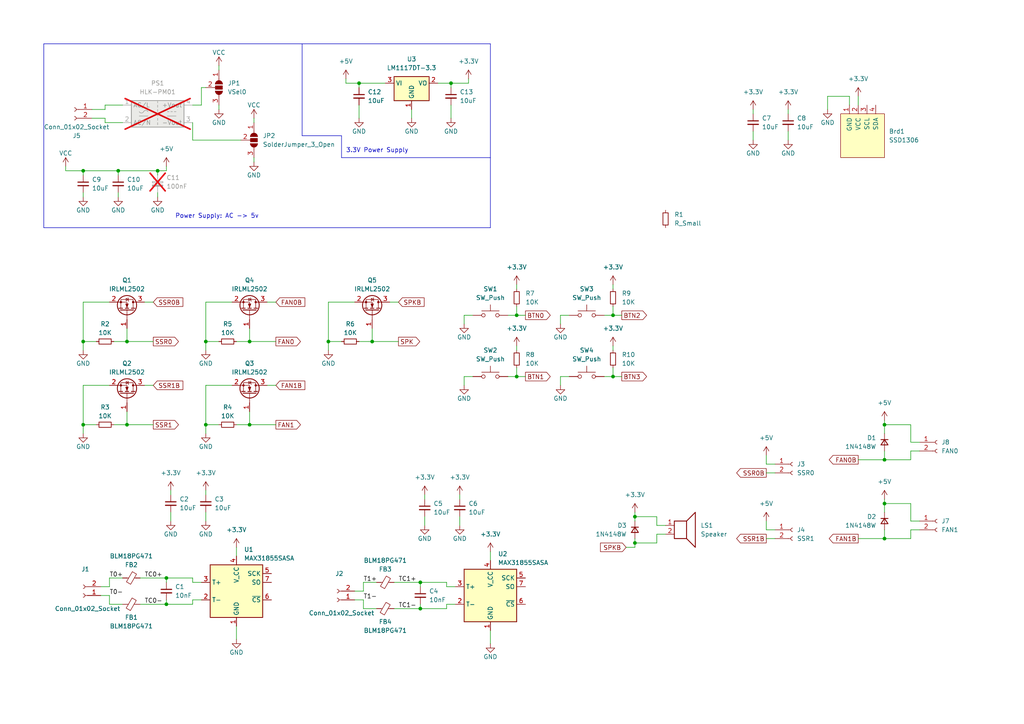
<source format=kicad_sch>
(kicad_sch (version 20230121) (generator eeschema)
  (paper "A4")
  (lib_symbols
    (symbol "Connector:Conn_01x02_Socket" (pin_names (offset 1.016) hide)
      (property "Reference" "J" (at 0 2.54 0))
      (property "Value" "Conn_01x02_Socket" (at 0 -5.08 0))
      (symbol "Conn_01x02_Socket_1_1"
        (arc (start 0 -2.032) (mid -0.5058 -2.54) (end 0 -3.048) (stroke (width 0.1524)))
        (polyline (pts (xy -1.27 -2.54) (xy -0.508 -2.54)) (stroke (width 0.1524)))
        (polyline (pts (xy -1.27 0) (xy -0.508 0)) (stroke (width 0.1524)))
        (arc (start 0 0.508) (mid -0.5058 0) (end 0 -0.508) (stroke (width 0.1524)))
        (pin passive line (at -5.08 0 0) (length 3.81) (name "Pin_1") (number "1"))
        (pin passive line (at -5.08 -2.54 0) (length 3.81) (name "Pin_2") (number "2"))
      )
    )
    (symbol "Converter_ACDC:HLK-PM01"
      (property "Reference" "PS" (at 0 5.08 0))
      (property "Value" "HLK-PM01" (at 0 -5.08 0))
      (symbol "HLK-PM01_0_1"
        (rectangle (start -7.62 3.81) (end 7.62 -3.81) (stroke (width 0.254)) (fill (type background)))
        (arc (start -5.334 0.635) (mid -4.699 0.2495) (end -4.064 0.635))
        (arc (start -2.794 0.635) (mid -3.429 1.0072) (end -4.064 0.635))
        (polyline (pts (xy -5.334 -0.635) (xy -2.794 -0.635)))
        (polyline (pts (xy 0 -2.54) (xy 0 -3.175)))
        (polyline (pts (xy 0 -1.27) (xy 0 -1.905)))
        (polyline (pts (xy 0 0) (xy 0 -0.635)))
        (polyline (pts (xy 0 1.27) (xy 0 0.635)))
        (polyline (pts (xy 0 2.54) (xy 0 1.905)))
        (polyline (pts (xy 0 3.81) (xy 0 3.175)))
        (polyline (pts (xy 2.794 -0.635) (xy 5.334 -0.635)))
        (polyline (pts (xy 2.794 0.635) (xy 3.302 0.635)))
        (polyline (pts (xy 3.81 0.635) (xy 4.318 0.635)))
        (polyline (pts (xy 4.826 0.635) (xy 5.334 0.635)))
      )
      (symbol "HLK-PM01_1_1"
        (pin power_in line (at -10.16 2.54 0) (length 2.54) (name "AC/L") (number "1"))
        (pin power_in line (at -10.16 -2.54 0) (length 2.54) (name "AC/N") (number "2"))
        (pin power_out line (at 10.16 -2.54 180) (length 2.54) (name "-Vout") (number "3"))
        (pin power_out line (at 10.16 2.54 180) (length 2.54) (name "+Vout") (number "4"))
      )
    )
    (symbol "Device:C_Polarized_Small" (pin_numbers hide) (pin_names (offset 0.254) hide)
      (property "Reference" "C" (at 0.254 1.778 0))
      (property "Value" "C_Polarized_Small" (at 0.254 -2.032 0))
      (symbol "C_Polarized_Small_0_1"
        (rectangle (start -1.524 -0.3048) (end 1.524 -0.6858) (fill (type outline)))
        (rectangle (start -1.524 0.6858) (end 1.524 0.3048))
        (polyline (pts (xy -1.27 1.524) (xy -0.762 1.524)))
        (polyline (pts (xy -1.016 1.27) (xy -1.016 1.778)))
      )
      (symbol "C_Polarized_Small_1_1"
        (pin passive line (at 0 2.54 270) (length 1.8542) (name "~") (number "1"))
        (pin passive line (at 0 -2.54 90) (length 1.8542) (name "~") (number "2"))
      )
    )
    (symbol "Device:C_Small" (pin_numbers hide) (pin_names (offset 0.254) hide)
      (property "Reference" "C" (at 0.254 1.778 0))
      (property "Value" "C_Small" (at 0.254 -2.032 0))
      (symbol "C_Small_0_1"
        (polyline (pts (xy -1.524 -0.508) (xy 1.524 -0.508)) (stroke (width 0.3302)))
        (polyline (pts (xy -1.524 0.508) (xy 1.524 0.508)) (stroke (width 0.3048)))
      )
      (symbol "C_Small_1_1"
        (pin passive line (at 0 2.54 270) (length 2.032) (name "~") (number "1"))
        (pin passive line (at 0 -2.54 90) (length 2.032) (name "~") (number "2"))
      )
    )
    (symbol "Device:D_Small" (pin_numbers hide) (pin_names (offset 0.254) hide)
      (property "Reference" "D" (at -1.27 2.032 0))
      (property "Value" "D_Small" (at -3.81 -2.032 0))
      (symbol "D_Small_0_1"
        (polyline (pts (xy -0.762 -1.016) (xy -0.762 1.016)) (stroke (width 0.254)))
        (polyline (pts (xy -0.762 0) (xy 0.762 0)))
        (polyline (pts (xy 0.762 -1.016) (xy -0.762 0) (xy 0.762 1.016) (xy 0.762 -1.016)) (stroke (width 0.254)))
      )
      (symbol "D_Small_1_1"
        (pin passive line (at -2.54 0 0) (length 1.778) (name "K") (number "1"))
        (pin passive line (at 2.54 0 180) (length 1.778) (name "A") (number "2"))
      )
    )
    (symbol "Device:FerriteBead_Small" (pin_numbers hide) (pin_names (offset 0))
      (property "Reference" "FB" (at 1.905 1.27 0))
      (property "Value" "FerriteBead_Small" (at 1.905 -1.27 0))
      (symbol "FerriteBead_Small_0_1"
        (polyline (pts (xy 0 -1.27) (xy 0 -0.7874)))
        (polyline (pts (xy 0 0.889) (xy 0 1.2954)))
        (polyline (pts (xy -1.8288 0.2794) (xy -1.1176 1.4986) (xy 1.8288 -0.2032) (xy 1.1176 -1.4224) (xy -1.8288 0.2794)))
      )
      (symbol "FerriteBead_Small_1_1"
        (pin passive line (at 0 2.54 270) (length 1.27) (name "~") (number "1"))
        (pin passive line (at 0 -2.54 90) (length 1.27) (name "~") (number "2"))
      )
    )
    (symbol "Device:R_Small" (pin_numbers hide) (pin_names (offset 0.254) hide)
      (property "Reference" "R" (at 0.762 0.508 0))
      (property "Value" "R_Small" (at 0.762 -1.016 0))
      (symbol "R_Small_0_1"
        (rectangle (start -0.762 1.778) (end 0.762 -1.778) (stroke (width 0.2032)))
      )
      (symbol "R_Small_1_1"
        (pin passive line (at 0 2.54 270) (length 0.762) (name "~") (number "1"))
        (pin passive line (at 0 -2.54 90) (length 0.762) (name "~") (number "2"))
      )
    )
    (symbol "Device:Speaker" (pin_names (offset 0) hide)
      (property "Reference" "LS" (at 1.27 5.715 0))
      (property "Value" "Speaker" (at 1.27 3.81 0))
      (symbol "Speaker_0_0"
        (rectangle (start -2.54 1.27) (end 1.016 -3.81) (stroke (width 0.254)))
        (polyline (pts (xy 1.016 1.27) (xy 3.556 3.81) (xy 3.556 -6.35) (xy 1.016 -3.81)) (stroke (width 0.254)))
      )
      (symbol "Speaker_1_1"
        (pin input line (at -5.08 0 0) (length 2.54) (name "1") (number "1"))
        (pin input line (at -5.08 -2.54 0) (length 2.54) (name "2") (number "2"))
      )
    )
    (symbol "Jumper:SolderJumper_3_Open" (pin_names (offset 0) hide)
      (property "Reference" "JP" (at -2.54 -2.54 0))
      (property "Value" "SolderJumper_3_Open" (at 0 2.794 0))
      (symbol "SolderJumper_3_Open_0_1"
        (arc (start -1.016 1.016) (mid -2.0276 0) (end -1.016 -1.016))
        (arc (start -1.016 1.016) (mid -2.0276 0) (end -1.016 -1.016) (fill (type outline)))
        (rectangle (start -0.508 1.016) (end 0.508 -1.016) (fill (type outline)))
        (polyline (pts (xy -2.54 0) (xy -2.032 0)))
        (polyline (pts (xy -1.016 1.016) (xy -1.016 -1.016)))
        (polyline (pts (xy 0 -1.27) (xy 0 -1.016)))
        (polyline (pts (xy 1.016 1.016) (xy 1.016 -1.016)))
        (polyline (pts (xy 2.54 0) (xy 2.032 0)))
        (arc (start 1.016 -1.016) (mid 2.0276 0) (end 1.016 1.016))
        (arc (start 1.016 -1.016) (mid 2.0276 0) (end 1.016 1.016) (fill (type outline)))
      )
      (symbol "SolderJumper_3_Open_1_1"
        (pin passive line (at -5.08 0 0) (length 2.54) (name "A") (number "1"))
        (pin passive line (at 0 -3.81 90) (length 2.54) (name "C") (number "2"))
        (pin passive line (at 5.08 0 180) (length 2.54) (name "B") (number "3"))
      )
    )
    (symbol "Regulator_Linear:LM1117DT-3.3"
      (property "Reference" "U" (at -3.81 3.175 0))
      (property "Value" "LM1117DT-3.3" (at 0 3.175 0))
      (symbol "LM1117DT-3.3_0_1"
        (rectangle (start -5.08 -5.08) (end 5.08 1.905) (stroke (width 0.254)) (fill (type background)))
      )
      (symbol "LM1117DT-3.3_1_1"
        (pin power_in line (at 0 -7.62 90) (length 2.54) (name "GND") (number "1"))
        (pin power_out line (at 7.62 0 180) (length 2.54) (name "VO") (number "2"))
        (pin power_in line (at -7.62 0 0) (length 2.54) (name "VI") (number "3"))
      )
    )
    (symbol "SSD1306-128x64_OLED:SSD1306" (pin_names (offset 1.016))
      (property "Reference" "Brd" (at 0 -3.81 0))
      (property "Value" "SSD1306" (at 0 -1.27 0))
      (symbol "SSD1306_0_1"
        (rectangle (start -6.35 6.35) (end 6.35 -6.35) (fill (type background)))
      )
      (symbol "SSD1306_1_1"
        (pin input line (at -3.81 8.89 270) (length 2.54) (name "GND") (number "1"))
        (pin input line (at -1.27 8.89 270) (length 2.54) (name "VCC") (number "2"))
        (pin input line (at 1.27 8.89 270) (length 2.54) (name "SCL") (number "3"))
        (pin input line (at 3.81 8.89 270) (length 2.54) (name "SDA") (number "4"))
      )
    )
    (symbol "Sensor_Temperature:MAX31855SASA"
      (property "Reference" "U" (at -7.62 8.89 0))
      (property "Value" "MAX31855SASA" (at 1.27 8.89 0))
      (symbol "MAX31855SASA_0_1"
        (rectangle (start -7.62 7.62) (end 7.62 -7.62) (stroke (width 0.254)) (fill (type background)))
      )
      (symbol "MAX31855SASA_1_1"
        (pin power_in line (at 0 -10.16 90) (length 2.54) (name "GND") (number "1"))
        (pin passive line (at -10.16 -2.54 0) (length 2.54) (name "T-") (number "2"))
        (pin passive line (at -10.16 2.54 0) (length 2.54) (name "T+") (number "3"))
        (pin power_in line (at 0 10.16 270) (length 2.54) (name "V_CC") (number "4"))
        (pin input line (at 10.16 5.08 180) (length 2.54) (name "SCK") (number "5"))
        (pin input line (at 10.16 -2.54 180) (length 2.54) (name "~{CS}") (number "6"))
        (pin tri_state line (at 10.16 2.54 180) (length 2.54) (name "SO") (number "7"))
      )
    )
    (symbol "Switch:SW_Push" (pin_numbers hide) (pin_names (offset 1.016) hide)
      (property "Reference" "SW" (at 1.27 2.54 0))
      (property "Value" "SW_Push" (at 0 -1.524 0))
      (symbol "SW_Push_0_1"
        (circle (center -2.032 0) (radius 0.508))
        (polyline (pts (xy 0 1.27) (xy 0 3.048)))
        (polyline (pts (xy 2.54 1.27) (xy -2.54 1.27)))
        (circle (center 2.032 0) (radius 0.508))
        (pin passive line (at -5.08 0 0) (length 2.54) (name "1") (number "1"))
        (pin passive line (at 5.08 0 180) (length 2.54) (name "2") (number "2"))
      )
    )
    (symbol "Transistor_FET:IRLML2060" (pin_names hide)
      (property "Reference" "Q" (at 5.08 1.905 0))
      (property "Value" "IRLML2060" (at 5.08 0 0))
      (symbol "IRLML2060_0_1"
        (polyline (pts (xy 0.254 0) (xy -2.54 0)))
        (polyline (pts (xy 0.254 1.905) (xy 0.254 -1.905)) (stroke (width 0.254)))
        (polyline (pts (xy 0.762 -1.27) (xy 0.762 -2.286)) (stroke (width 0.254)))
        (polyline (pts (xy 0.762 0.508) (xy 0.762 -0.508)) (stroke (width 0.254)))
        (polyline (pts (xy 0.762 2.286) (xy 0.762 1.27)) (stroke (width 0.254)))
        (polyline (pts (xy 2.54 2.54) (xy 2.54 1.778)))
        (polyline (pts (xy 2.54 -2.54) (xy 2.54 0) (xy 0.762 0)))
        (polyline (pts (xy 0.762 -1.778) (xy 3.302 -1.778) (xy 3.302 1.778) (xy 0.762 1.778)))
        (polyline (pts (xy 1.016 0) (xy 2.032 0.381) (xy 2.032 -0.381) (xy 1.016 0)) (fill (type outline)))
        (polyline (pts (xy 2.794 0.508) (xy 2.921 0.381) (xy 3.683 0.381) (xy 3.81 0.254)))
        (polyline (pts (xy 3.302 0.381) (xy 2.921 -0.254) (xy 3.683 -0.254) (xy 3.302 0.381)))
        (circle (center 1.651 0) (radius 2.794) (stroke (width 0.254)))
        (circle (center 2.54 -1.778) (radius 0.254) (fill (type outline)))
        (circle (center 2.54 1.778) (radius 0.254) (fill (type outline)))
      )
      (symbol "IRLML2060_1_1"
        (pin input line (at -5.08 0 0) (length 2.54) (name "G") (number "1"))
        (pin passive line (at 2.54 -5.08 90) (length 2.54) (name "S") (number "2"))
        (pin passive line (at 2.54 5.08 270) (length 2.54) (name "D") (number "3"))
      )
    )
    (symbol "power:+3.3V" (power) (pin_names (offset 0))
      (property "Value" "+3.3V" (at 0 3.556 0))
      (symbol "+3.3V_0_1"
        (polyline (pts (xy -0.762 1.27) (xy 0 2.54)))
        (polyline (pts (xy 0 0) (xy 0 2.54)))
        (polyline (pts (xy 0 2.54) (xy 0.762 1.27)))
      )
      (symbol "+3.3V_1_1"
        (pin power_in line (at 0 0 90) (length 0) hide (name "+3.3V") (number "1"))
      )
    )
    (symbol "power:+5V" (power) (pin_names (offset 0))
      (property "Value" "+5V" (at 0 3.556 0))
      (symbol "+5V_0_1"
        (polyline (pts (xy -0.762 1.27) (xy 0 2.54)))
        (polyline (pts (xy 0 0) (xy 0 2.54)))
        (polyline (pts (xy 0 2.54) (xy 0.762 1.27)))
      )
      (symbol "+5V_1_1"
        (pin power_in line (at 0 0 90) (length 0) hide (name "+5V") (number "1"))
      )
    )
    (symbol "power:GND" (power) (pin_names (offset 0))
      (property "Value" "GND" (at 0 -3.81 0))
      (symbol "GND_0_1"
        (polyline (pts (xy 0 0) (xy 0 -1.27) (xy 1.27 -1.27) (xy 0 -2.54) (xy -1.27 -1.27) (xy 0 -1.27)))
      )
      (symbol "GND_1_1"
        (pin power_in line (at 0 0 270) (length 0) hide (name "GND") (number "1"))
      )
    )
    (symbol "power:VCC" (power) (pin_names (offset 0))
      (property "Value" "VCC" (at 0 3.81 0))
      (symbol "VCC_0_1"
        (polyline (pts (xy -0.762 1.27) (xy 0 2.54)))
        (polyline (pts (xy 0 0) (xy 0 2.54)))
        (polyline (pts (xy 0 2.54) (xy 0.762 1.27)))
      )
      (symbol "VCC_1_1"
        (pin power_in line (at 0 0 90) (length 0) hide (name "VCC") (number "1"))
      )
    )
  )
  (junction (at 149.86 91.44))
  (junction (at 107.95 99.06))
  (junction (at 121.92 168.91))
  (junction (at 48.26 175.26))
  (junction (at 36.83 123.19))
  (junction (at 177.8 109.22))
  (junction (at 184.15 149.86))
  (junction (at 256.54 133.35))
  (junction (at 34.29 49.53))
  (junction (at 149.86 109.22))
  (junction (at 72.39 99.06))
  (junction (at 24.13 49.53))
  (junction (at 59.69 123.19))
  (junction (at 184.15 157.48))
  (junction (at 36.83 99.06))
  (junction (at 45.72 49.53))
  (junction (at 95.25 99.06))
  (junction (at 59.69 99.06))
  (junction (at 24.13 99.06))
  (junction (at 130.81 24.13))
  (junction (at 48.26 167.64))
  (junction (at 177.8 91.44))
  (junction (at 256.54 123.19))
  (junction (at 24.13 123.19))
  (junction (at 256.54 146.05))
  (junction (at 72.39 123.19))
  (junction (at 121.92 176.53))
  (junction (at 256.54 156.21))
  (junction (at 104.14 24.13))
  (wire (pts (xy 142.24 182.88) (xy 142.24 186.69)))
  (wire (pts (xy 149.86 91.44) (xy 152.4 91.44)))
  (wire (pts (xy 58.42 30.48) (xy 55.88 30.48)))
  (wire (pts (xy 123.19 143.51) (xy 123.19 144.78)))
  (polyline (pts (xy 99.06 45.72) (xy 142.24 45.72)))
  (wire (pts (xy 59.69 87.63) (xy 59.69 99.06)))
  (wire (pts (xy 45.72 49.53) (xy 48.26 49.53)))
  (wire (pts (xy 149.86 88.9) (xy 149.86 91.44)))
  (wire (pts (xy 114.3 168.91) (xy 121.92 168.91)))
  (wire (pts (xy 48.26 167.64) (xy 55.88 167.64)))
  (wire (pts (xy 30.48 34.29) (xy 26.67 34.29)))
  (polyline (pts (xy 142.24 66.04) (xy 12.7 66.04)))
  (wire (pts (xy 256.54 121.92) (xy 256.54 123.19)))
  (wire (pts (xy 121.92 168.91) (xy 121.92 170.18)))
  (wire (pts (xy 175.26 91.44) (xy 177.8 91.44)))
  (wire (pts (xy 162.56 109.22) (xy 162.56 111.76)))
  (wire (pts (xy 36.83 95.25) (xy 36.83 99.06)))
  (wire (pts (xy 48.26 173.99) (xy 48.26 175.26)))
  (wire (pts (xy 119.38 31.75) (xy 119.38 34.29)))
  (wire (pts (xy 134.62 91.44) (xy 134.62 93.98)))
  (wire (pts (xy 59.69 125.73) (xy 59.69 123.19)))
  (wire (pts (xy 193.04 154.94) (xy 190.5 154.94)))
  (polyline (pts (xy 12.7 12.7) (xy 142.24 12.7)))
  (wire (pts (xy 72.39 99.06) (xy 80.01 99.06)))
  (wire (pts (xy 165.1 109.22) (xy 162.56 109.22)))
  (wire (pts (xy 177.8 91.44) (xy 180.34 91.44)))
  (wire (pts (xy 31.75 175.26) (xy 31.75 172.72)))
  (wire (pts (xy 24.13 55.88) (xy 24.13 57.15)))
  (wire (pts (xy 184.15 149.86) (xy 184.15 151.13)))
  (wire (pts (xy 95.25 87.63) (xy 95.25 99.06)))
  (wire (pts (xy 190.5 154.94) (xy 190.5 157.48)))
  (wire (pts (xy 147.32 91.44) (xy 149.86 91.44)))
  (wire (pts (xy 130.81 24.13) (xy 135.89 24.13)))
  (wire (pts (xy 228.6 38.1) (xy 228.6 40.64)))
  (wire (pts (xy 63.5 19.05) (xy 63.5 20.32)))
  (wire (pts (xy 121.92 176.53) (xy 129.54 176.53)))
  (wire (pts (xy 149.86 106.68) (xy 149.86 109.22)))
  (wire (pts (xy 222.25 156.21) (xy 224.79 156.21)))
  (wire (pts (xy 177.8 106.68) (xy 177.8 109.22)))
  (wire (pts (xy 264.16 128.27) (xy 264.16 123.19)))
  (wire (pts (xy 264.16 153.67) (xy 264.16 156.21)))
  (wire (pts (xy 114.3 176.53) (xy 121.92 176.53)))
  (wire (pts (xy 73.66 45.72) (xy 73.66 46.99)))
  (wire (pts (xy 19.05 48.26) (xy 19.05 49.53)))
  (wire (pts (xy 129.54 170.18) (xy 129.54 168.91)))
  (wire (pts (xy 137.16 109.22) (xy 134.62 109.22)))
  (wire (pts (xy 72.39 119.38) (xy 72.39 123.19)))
  (polyline (pts (xy 87.63 12.7) (xy 87.63 39.37)))
  (wire (pts (xy 177.8 109.22) (xy 180.34 109.22)))
  (wire (pts (xy 218.44 31.75) (xy 218.44 33.02)))
  (wire (pts (xy 109.22 176.53) (xy 105.41 176.53)))
  (wire (pts (xy 67.31 111.76) (xy 59.69 111.76)))
  (wire (pts (xy 137.16 91.44) (xy 134.62 91.44)))
  (polyline (pts (xy 99.06 39.37) (xy 99.06 45.72)))
  (wire (pts (xy 58.42 25.4) (xy 59.69 25.4)))
  (wire (pts (xy 34.29 55.88) (xy 34.29 57.15)))
  (wire (pts (xy 149.86 100.33) (xy 149.86 101.6)))
  (wire (pts (xy 127 24.13) (xy 130.81 24.13)))
  (wire (pts (xy 31.75 87.63) (xy 24.13 87.63)))
  (wire (pts (xy 107.95 99.06) (xy 115.57 99.06)))
  (wire (pts (xy 266.7 153.67) (xy 264.16 153.67)))
  (wire (pts (xy 104.14 24.13) (xy 111.76 24.13)))
  (wire (pts (xy 35.56 35.56) (xy 30.48 35.56)))
  (wire (pts (xy 31.75 167.64) (xy 35.56 167.64)))
  (wire (pts (xy 264.16 133.35) (xy 256.54 133.35)))
  (wire (pts (xy 104.14 24.13) (xy 104.14 25.4)))
  (wire (pts (xy 181.61 158.75) (xy 184.15 158.75)))
  (wire (pts (xy 95.25 99.06) (xy 99.06 99.06)))
  (wire (pts (xy 48.26 167.64) (xy 48.26 168.91)))
  (wire (pts (xy 222.25 153.67) (xy 222.25 151.13)))
  (wire (pts (xy 264.16 123.19) (xy 256.54 123.19)))
  (wire (pts (xy 24.13 49.53) (xy 34.29 49.53)))
  (wire (pts (xy 31.75 170.18) (xy 31.75 167.64)))
  (wire (pts (xy 224.79 134.62) (xy 222.25 134.62)))
  (wire (pts (xy 58.42 173.99) (xy 55.88 173.99)))
  (wire (pts (xy 36.83 123.19) (xy 44.45 123.19)))
  (wire (pts (xy 68.58 181.61) (xy 68.58 185.42)))
  (wire (pts (xy 55.88 40.64) (xy 55.88 35.56)))
  (wire (pts (xy 59.69 111.76) (xy 59.69 123.19)))
  (wire (pts (xy 190.5 157.48) (xy 184.15 157.48)))
  (wire (pts (xy 266.7 151.13) (xy 264.16 151.13)))
  (wire (pts (xy 147.32 109.22) (xy 149.86 109.22)))
  (wire (pts (xy 222.25 134.62) (xy 222.25 132.08)))
  (wire (pts (xy 100.33 24.13) (xy 104.14 24.13)))
  (wire (pts (xy 105.41 173.99) (xy 102.87 173.99)))
  (wire (pts (xy 102.87 87.63) (xy 95.25 87.63)))
  (wire (pts (xy 24.13 99.06) (xy 27.94 99.06)))
  (wire (pts (xy 24.13 87.63) (xy 24.13 99.06)))
  (wire (pts (xy 132.08 170.18) (xy 129.54 170.18)))
  (wire (pts (xy 55.88 40.64) (xy 69.85 40.64)))
  (wire (pts (xy 266.7 128.27) (xy 264.16 128.27)))
  (wire (pts (xy 58.42 25.4) (xy 58.42 30.48)))
  (wire (pts (xy 33.02 99.06) (xy 36.83 99.06)))
  (wire (pts (xy 130.81 24.13) (xy 130.81 25.4)))
  (wire (pts (xy 55.88 173.99) (xy 55.88 175.26)))
  (wire (pts (xy 256.54 153.67) (xy 256.54 156.21)))
  (wire (pts (xy 228.6 31.75) (xy 228.6 33.02)))
  (wire (pts (xy 102.87 171.45) (xy 105.41 171.45)))
  (wire (pts (xy 184.15 158.75) (xy 184.15 157.48)))
  (wire (pts (xy 121.92 168.91) (xy 129.54 168.91)))
  (wire (pts (xy 31.75 172.72) (xy 29.21 172.72)))
  (wire (pts (xy 35.56 175.26) (xy 31.75 175.26)))
  (wire (pts (xy 77.47 111.76) (xy 80.01 111.76)))
  (wire (pts (xy 95.25 101.6) (xy 95.25 99.06)))
  (wire (pts (xy 34.29 49.53) (xy 45.72 49.53)))
  (wire (pts (xy 175.26 109.22) (xy 177.8 109.22)))
  (wire (pts (xy 48.26 48.26) (xy 48.26 49.53)))
  (wire (pts (xy 256.54 130.81) (xy 256.54 133.35)))
  (wire (pts (xy 59.69 101.6) (xy 59.69 99.06)))
  (wire (pts (xy 113.03 87.63) (xy 115.57 87.63)))
  (wire (pts (xy 266.7 130.81) (xy 264.16 130.81)))
  (wire (pts (xy 40.64 175.26) (xy 48.26 175.26)))
  (polyline (pts (xy 87.63 39.37) (xy 99.06 39.37)))
  (wire (pts (xy 105.41 168.91) (xy 109.22 168.91)))
  (wire (pts (xy 123.19 149.86) (xy 123.19 152.4)))
  (wire (pts (xy 68.58 99.06) (xy 72.39 99.06)))
  (wire (pts (xy 49.53 142.24) (xy 49.53 143.51)))
  (wire (pts (xy 133.35 143.51) (xy 133.35 144.78)))
  (wire (pts (xy 59.69 142.24) (xy 59.69 143.51)))
  (wire (pts (xy 24.13 101.6) (xy 24.13 99.06)))
  (wire (pts (xy 59.69 148.59) (xy 59.69 151.13)))
  (wire (pts (xy 224.79 153.67) (xy 222.25 153.67)))
  (wire (pts (xy 142.24 160.02) (xy 142.24 162.56)))
  (wire (pts (xy 68.58 123.19) (xy 72.39 123.19)))
  (wire (pts (xy 264.16 146.05) (xy 256.54 146.05)))
  (wire (pts (xy 135.89 22.86) (xy 135.89 24.13)))
  (wire (pts (xy 184.15 148.59) (xy 184.15 149.86)))
  (wire (pts (xy 218.44 38.1) (xy 218.44 40.64)))
  (wire (pts (xy 190.5 152.4) (xy 190.5 149.86)))
  (wire (pts (xy 264.16 156.21) (xy 256.54 156.21)))
  (wire (pts (xy 104.14 30.48) (xy 104.14 34.29)))
  (wire (pts (xy 24.13 111.76) (xy 24.13 123.19)))
  (wire (pts (xy 36.83 99.06) (xy 44.45 99.06)))
  (wire (pts (xy 73.66 34.29) (xy 73.66 35.56)))
  (wire (pts (xy 41.91 87.63) (xy 44.45 87.63)))
  (wire (pts (xy 24.13 125.73) (xy 24.13 123.19)))
  (wire (pts (xy 193.04 152.4) (xy 190.5 152.4)))
  (wire (pts (xy 72.39 123.19) (xy 80.01 123.19)))
  (wire (pts (xy 134.62 109.22) (xy 134.62 111.76)))
  (wire (pts (xy 48.26 175.26) (xy 55.88 175.26)))
  (wire (pts (xy 33.02 123.19) (xy 36.83 123.19)))
  (wire (pts (xy 31.75 111.76) (xy 24.13 111.76)))
  (wire (pts (xy 59.69 123.19) (xy 63.5 123.19)))
  (wire (pts (xy 29.21 170.18) (xy 31.75 170.18)))
  (wire (pts (xy 264.16 130.81) (xy 264.16 133.35)))
  (wire (pts (xy 133.35 149.86) (xy 133.35 152.4)))
  (wire (pts (xy 256.54 123.19) (xy 256.54 125.73)))
  (wire (pts (xy 177.8 82.55) (xy 177.8 83.82)))
  (wire (pts (xy 24.13 123.19) (xy 27.94 123.19)))
  (wire (pts (xy 177.8 88.9) (xy 177.8 91.44)))
  (wire (pts (xy 30.48 30.48) (xy 35.56 30.48)))
  (wire (pts (xy 40.64 167.64) (xy 48.26 167.64)))
  (wire (pts (xy 72.39 95.25) (xy 72.39 99.06)))
  (wire (pts (xy 67.31 87.63) (xy 59.69 87.63)))
  (wire (pts (xy 77.47 87.63) (xy 80.01 87.63)))
  (wire (pts (xy 177.8 100.33) (xy 177.8 101.6)))
  (wire (pts (xy 58.42 168.91) (xy 55.88 168.91)))
  (wire (pts (xy 190.5 149.86) (xy 184.15 149.86)))
  (wire (pts (xy 68.58 158.75) (xy 68.58 161.29)))
  (wire (pts (xy 256.54 133.35) (xy 248.92 133.35)))
  (wire (pts (xy 59.69 99.06) (xy 63.5 99.06)))
  (wire (pts (xy 63.5 30.48) (xy 63.5 31.75)))
  (wire (pts (xy 248.92 27.94) (xy 248.92 30.48)))
  (wire (pts (xy 256.54 144.78) (xy 256.54 146.05)))
  (wire (pts (xy 130.81 30.48) (xy 130.81 34.29)))
  (wire (pts (xy 34.29 49.53) (xy 34.29 50.8)))
  (wire (pts (xy 55.88 168.91) (xy 55.88 167.64)))
  (wire (pts (xy 30.48 31.75) (xy 30.48 30.48)))
  (wire (pts (xy 162.56 91.44) (xy 162.56 93.98)))
  (wire (pts (xy 222.25 137.16) (xy 224.79 137.16)))
  (wire (pts (xy 121.92 175.26) (xy 121.92 176.53)))
  (wire (pts (xy 100.33 22.86) (xy 100.33 24.13)))
  (wire (pts (xy 49.53 148.59) (xy 49.53 151.13)))
  (wire (pts (xy 24.13 49.53) (xy 24.13 50.8)))
  (wire (pts (xy 149.86 82.55) (xy 149.86 83.82)))
  (wire (pts (xy 30.48 35.56) (xy 30.48 34.29)))
  (wire (pts (xy 45.72 55.88) (xy 45.72 57.15)))
  (wire (pts (xy 149.86 109.22) (xy 152.4 109.22)))
  (polyline (pts (xy 142.24 12.7) (xy 142.24 66.04)))
  (wire (pts (xy 264.16 151.13) (xy 264.16 146.05)))
  (wire (pts (xy 240.03 31.75) (xy 240.03 27.94)))
  (polyline (pts (xy 12.7 12.7) (xy 12.7 66.04)))
  (wire (pts (xy 36.83 119.38) (xy 36.83 123.19)))
  (wire (pts (xy 104.14 99.06) (xy 107.95 99.06)))
  (wire (pts (xy 26.67 31.75) (xy 30.48 31.75)))
  (wire (pts (xy 132.08 175.26) (xy 129.54 175.26)))
  (wire (pts (xy 165.1 91.44) (xy 162.56 91.44)))
  (wire (pts (xy 105.41 176.53) (xy 105.41 173.99)))
  (wire (pts (xy 129.54 175.26) (xy 129.54 176.53)))
  (wire (pts (xy 105.41 171.45) (xy 105.41 168.91)))
  (wire (pts (xy 246.38 27.94) (xy 246.38 30.48)))
  (wire (pts (xy 256.54 156.21) (xy 248.92 156.21)))
  (wire (pts (xy 19.05 49.53) (xy 24.13 49.53)))
  (wire (pts (xy 107.95 95.25) (xy 107.95 99.06)))
  (wire (pts (xy 41.91 111.76) (xy 44.45 111.76)))
  (wire (pts (xy 256.54 146.05) (xy 256.54 148.59)))
  (wire (pts (xy 184.15 157.48) (xy 184.15 156.21)))
  (wire (pts (xy 240.03 27.94) (xy 246.38 27.94)))
  (wire (pts (xy 45.72 49.53) (xy 45.72 50.8)))
  (text "3.3V Power Supply" (at 100.33 44.45 0) (effects (font (size 1.27 1.27)) (justify left bottom)))
  (text "Power Supply: AC -> 5v" (at 50.8 63.5 0) (effects (font (size 1.27 1.27)) (justify left bottom)))
  (label "TC1+" (at 115.57 168.91 0))
  (label "TC1-" (at 115.57 176.53 0))
  (label "T1-" (at 105.41 173.99 0))
  (label "T0-" (at 31.75 172.72 0))
  (label "TC0-" (at 41.91 175.26 0))
  (label "TC0+" (at 41.91 167.64 0))
  (label "T0+" (at 31.75 167.64 0))
  (label "T1+" (at 105.41 168.91 0))
  (global_label "SSR0B" (shape input) (at 44.45 87.63 0) (property "Intersheetrefs" "${INTERSHEET_REFS}" (effects hide)))
  (global_label "SPKB" (shape input) (at 115.57 87.63 0) (property "Intersheetrefs" "${INTERSHEET_REFS}" (effects hide)))
  (global_label "SSR1B" (shape output) (at 222.25 156.21 180) (property "Intersheetrefs" "${INTERSHEET_REFS}" (effects hide)))
  (global_label "SPK" (shape output) (at 115.57 99.06 0) (property "Intersheetrefs" "${INTERSHEET_REFS}" (effects hide)))
  (global_label "BTN1" (shape output) (at 152.4 109.22 0) (property "Intersheetrefs" "${INTERSHEET_REFS}" (effects hide)))
  (global_label "FAN0B" (shape input) (at 80.01 87.63 0) (property "Intersheetrefs" "${INTERSHEET_REFS}" (effects hide)))
  (global_label "SPKB" (shape input) (at 181.61 158.75 180) (property "Intersheetrefs" "${INTERSHEET_REFS}" (effects hide)))
  (global_label "SSR1" (shape output) (at 44.45 123.19 0) (property "Intersheetrefs" "${INTERSHEET_REFS}" (effects hide)))
  (global_label "BTN0" (shape output) (at 152.4 91.44 0) (property "Intersheetrefs" "${INTERSHEET_REFS}" (effects hide)))
  (global_label "FAN1" (shape output) (at 80.01 123.19 0) (property "Intersheetrefs" "${INTERSHEET_REFS}" (effects hide)))
  (global_label "FAN1B" (shape output) (at 248.92 156.21 180) (property "Intersheetrefs" "${INTERSHEET_REFS}" (effects hide)))
  (global_label "BTN3" (shape output) (at 180.34 109.22 0) (property "Intersheetrefs" "${INTERSHEET_REFS}" (effects hide)))
  (global_label "FAN1B" (shape input) (at 80.01 111.76 0) (property "Intersheetrefs" "${INTERSHEET_REFS}" (effects hide)))
  (global_label "SSR1B" (shape input) (at 44.45 111.76 0) (property "Intersheetrefs" "${INTERSHEET_REFS}" (effects hide)))
  (global_label "SSR0B" (shape output) (at 222.25 137.16 180) (property "Intersheetrefs" "${INTERSHEET_REFS}" (effects hide)))
  (global_label "FAN0" (shape output) (at 80.01 99.06 0) (property "Intersheetrefs" "${INTERSHEET_REFS}" (effects hide)))
  (global_label "FAN0B" (shape output) (at 248.92 133.35 180) (property "Intersheetrefs" "${INTERSHEET_REFS}" (effects hide)))
  (global_label "SSR0" (shape output) (at 44.45 99.06 0) (property "Intersheetrefs" "${INTERSHEET_REFS}" (effects hide)))
  (global_label "BTN2" (shape output) (at 180.34 91.44 0) (property "Intersheetrefs" "${INTERSHEET_REFS}" (effects hide)))
  (symbol (lib_id "power:+3.3V") (at 177.8 100.33 0) (unit 1)
    (property "Reference" "#PWR030" (effects hide))
    (property "Value" "+3.3V" (at 177.8 95.25 0))
  )
  (symbol (lib_id "power:GND") (at 162.56 93.98 0) (unit 1)
    (property "Reference" "#PWR027" (effects hide))
    (property "Value" "GND" (at 162.56 97.79 0))
  )
  (symbol (lib_id "power:+3.3V") (at 184.15 148.59 0) (unit 1)
    (property "Reference" "#PWR020" (effects hide))
    (property "Value" "+3.3V" (at 184.15 143.51 0))
  )
  (symbol (lib_id "Device:D_Small") (at 256.54 128.27 270) (unit 1)
    (property "Reference" "D1" (at 251.46 127 90) (effects (justify left)))
    (property "Value" "1N4148W" (at 245.11 129.54 90) (effects (justify left)))
    (property "Sim.Device" "D" (effects hide))
    (property "Sim.Pins" "1=K 2=A" (effects hide))
    (property "LCSC" "C81598" (effects hide))
  )
  (symbol (lib_id "Regulator_Linear:LM1117DT-3.3") (at 119.38 24.13 0) (unit 1)
    (property "Reference" "U3" (at 119.38 17.145 0))
    (property "Value" "LM1117DT-3.3" (at 119.38 19.685 0))
    (property "Footprint" "Package_TO_SOT_SMD:TO-252-3_TabPin2" (effects hide))
    (property "Datasheet" "http://www.ti.com/lit/ds/symlink/lm1117.pdf" (effects hide))
  )
  (symbol (lib_id "Connector:Conn_01x02_Socket") (at 24.13 172.72 180) (unit 1)
    (property "Reference" "J1" (at 24.765 165.1 0))
    (property "Value" "Conn_01x02_Socket" (at 25.4 176.53 0))
  )
  (symbol (lib_id "power:GND") (at 142.24 186.69 0) (unit 1)
    (property "Reference" "#PWR012" (effects hide))
    (property "Value" "GND" (at 142.24 190.5 0))
  )
  (symbol (lib_id "power:GND") (at 162.56 111.76 0) (unit 1)
    (property "Reference" "#PWR028" (effects hide))
    (property "Value" "GND" (at 162.56 115.57 0))
  )
  (symbol (lib_id "Device:R_Small") (at 177.8 86.36 180) (unit 1)
    (property "Reference" "R9" (at 180.34 85.09 0) (effects (justify right)))
    (property "Value" "10K" (at 180.34 87.63 0) (effects (justify right)))
    (property "LCSC" "C25804" (effects hide))
  )
  (symbol (lib_id "Device:C_Small") (at 24.13 53.34 0) (unit 1)
    (property "Reference" "C9" (at 26.67 52.07 0) (effects (justify left)))
    (property "Value" "10uF" (at 26.67 54.61 0) (effects (justify left)))
    (property "LCSC" "C19702" (effects hide))
  )
  (symbol (lib_id "Device:R_Small") (at 149.86 104.14 180) (unit 1)
    (property "Reference" "R8" (at 152.4 102.87 0) (effects (justify right)))
    (property "Value" "10K" (at 152.4 105.41 0) (effects (justify right)))
    (property "LCSC" "C25804" (effects hide))
  )
  (symbol (lib_id "Connector:Conn_01x02_Socket") (at 271.78 151.13 0) (unit 1)
    (property "Reference" "J7" (at 273.05 151.13 0) (effects (justify left)))
    (property "Value" "FAN1" (at 273.05 153.67 0) (effects (justify left)))
  )
  (symbol (lib_id "power:VCC") (at 19.05 48.26 0) (unit 1)
    (property "Reference" "#PWR043" (effects hide))
    (property "Value" "VCC" (at 19.05 44.45 0))
  )
  (symbol (lib_id "Device:D_Small") (at 256.54 151.13 270) (unit 1)
    (property "Reference" "D2" (at 251.46 149.86 90) (effects (justify left)))
    (property "Value" "1N4148W" (at 245.11 152.4 90) (effects (justify left)))
    (property "Sim.Device" "D" (effects hide))
    (property "Sim.Pins" "1=K 2=A" (effects hide))
    (property "LCSC" "C81598" (effects hide))
  )
  (symbol (lib_id "power:GND") (at 63.5 31.75 0) (unit 1)
    (property "Reference" "#PWR039" (effects hide))
    (property "Value" "GND" (at 63.5 35.56 0))
  )
  (symbol (lib_id "Transistor_FET:IRLML2060") (at 72.39 90.17 270) (mirror x) (unit 1)
    (property "Reference" "Q4" (at 72.39 81.28 90))
    (property "Value" "IRLML2502" (at 72.39 83.82 90))
    (property "Footprint" "Package_TO_SOT_SMD:SOT-23" (effects hide))
    (property "Datasheet" "https://www.infineon.com/dgdl/irlml2060pbf.pdf?fileId=5546d462533600a401535664b7fb25ee" (effects hide))
    (property "LCSC" "C2589" (effects hide))
  )
  (symbol (lib_id "Connector:Conn_01x02_Socket") (at 229.87 134.62 0) (unit 1)
    (property "Reference" "J3" (at 231.14 134.62 0) (effects (justify left)))
    (property "Value" "SSR0" (at 231.14 137.16 0) (effects (justify left)))
  )
  (symbol (lib_id "Device:FerriteBead_Small") (at 38.1 167.64 270) (unit 1)
    (property "Reference" "FB2" (at 38.1 163.83 90))
    (property "Value" "BLM18PG471" (at 38.1 161.29 90))
    (property "Footprint" "Resistor_SMD:R_0603_1608Metric" (effects hide))
    (property "LCSC" "C97853" (effects hide))
  )
  (symbol (lib_id "Switch:SW_Push") (at 142.24 91.44 0) (unit 1)
    (property "Reference" "SW1" (at 142.24 83.82 0))
    (property "Value" "SW_Push" (at 142.24 86.36 0))
  )
  (symbol (lib_id "power:+3.3V") (at 123.19 143.51 0) (unit 1)
    (property "Reference" "#PWR07" (effects hide))
    (property "Value" "+3.3V" (at 123.19 138.43 0))
  )
  (symbol (lib_id "power:+3.3V") (at 133.35 143.51 0) (unit 1)
    (property "Reference" "#PWR09" (effects hide))
    (property "Value" "+3.3V" (at 133.35 138.43 0))
  )
  (symbol (lib_id "power:+5V") (at 222.25 151.13 0) (unit 1)
    (property "Reference" "#PWR038" (effects hide))
    (property "Value" "+5V" (at 222.25 146.05 0))
  )
  (symbol (lib_id "power:GND") (at 104.14 34.29 0) (unit 1)
    (property "Reference" "#PWR048" (effects hide))
    (property "Value" "GND" (at 104.14 38.1 0))
  )
  (symbol (lib_id "power:GND") (at 123.19 152.4 0) (unit 1)
    (property "Reference" "#PWR08" (effects hide))
    (property "Value" "GND" (at 123.19 156.21 0))
  )
  (symbol (lib_id "Device:FerriteBead_Small") (at 111.76 176.53 90) (unit 1)
    (property "Reference" "FB4" (at 111.76 180.34 90))
    (property "Value" "BLM18PG471" (at 111.76 182.88 90))
    (property "Footprint" "Resistor_SMD:R_0603_1608Metric" (effects hide))
    (property "LCSC" "C97853" (effects hide))
  )
  (symbol (lib_id "power:GND") (at 24.13 125.73 0) (unit 1)
    (property "Reference" "#PWR014" (effects hide))
    (property "Value" "GND" (at 24.13 129.54 0))
  )
  (symbol (lib_id "Device:C_Small") (at 121.92 172.72 0) (unit 1)
    (property "Reference" "C4" (at 124.46 171.45 0) (effects (justify left)))
    (property "Value" "10nF" (at 124.46 173.99 0) (effects (justify left)))
    (property "LCSC" "C57112" (effects hide))
  )
  (symbol (lib_id "power:+3.3V") (at 59.69 142.24 0) (unit 1)
    (property "Reference" "#PWR02" (effects hide))
    (property "Value" "+3.3V" (at 59.69 137.16 0))
  )
  (symbol (lib_id "Transistor_FET:IRLML2060") (at 36.83 114.3 270) (mirror x) (unit 1)
    (property "Reference" "Q2" (at 36.83 105.41 90))
    (property "Value" "IRLML2502" (at 36.83 107.95 90))
    (property "Footprint" "Package_TO_SOT_SMD:SOT-23" (effects hide))
    (property "Datasheet" "https://www.infineon.com/dgdl/irlml2060pbf.pdf?fileId=5546d462533600a401535664b7fb25ee" (effects hide))
    (property "LCSC" "C2589" (effects hide))
  )
  (symbol (lib_id "power:GND") (at 45.72 57.15 0) (unit 1)
    (property "Reference" "#PWR044" (effects hide))
    (property "Value" "GND" (at 45.72 60.96 0))
  )
  (symbol (lib_id "power:+3.3V") (at 68.58 158.75 0) (unit 1)
    (property "Reference" "#PWR05" (effects hide))
    (property "Value" "+3.3V" (at 68.58 153.67 0))
  )
  (symbol (lib_id "power:GND") (at 218.44 40.64 0) (unit 1)
    (property "Reference" "#PWR032" (effects hide))
    (property "Value" "GND" (at 218.44 44.45 0))
  )
  (symbol (lib_id "power:GND") (at 59.69 101.6 0) (unit 1)
    (property "Reference" "#PWR018" (effects hide))
    (property "Value" "GND" (at 59.69 105.41 0))
  )
  (symbol (lib_id "power:+3.3V") (at 49.53 142.24 0) (unit 1)
    (property "Reference" "#PWR01" (effects hide))
    (property "Value" "+3.3V" (at 49.53 137.16 0))
  )
  (symbol (lib_id "power:+3.3V") (at 218.44 31.75 0) (unit 1)
    (property "Reference" "#PWR031" (effects hide))
    (property "Value" "+3.3V" (at 218.44 26.67 0))
  )
  (symbol (lib_id "Device:C_Small") (at 133.35 147.32 0) (unit 1)
    (property "Reference" "C6" (at 135.89 146.05 0) (effects (justify left)))
    (property "Value" "10uF" (at 135.89 148.59 0) (effects (justify left)))
    (property "LCSC" "C19702" (effects hide))
  )
  (symbol (lib_id "power:GND") (at 24.13 57.15 0) (unit 1)
    (property "Reference" "#PWR041" (effects hide))
    (property "Value" "GND" (at 24.13 60.96 0))
  )
  (symbol (lib_id "Converter_ACDC:HLK-PM01") (at 45.72 33.02 0) (unit 1) (dnp yes)
    (property "Reference" "PS1" (at 45.72 24.13 0))
    (property "Value" "HLK-PM01" (at 45.72 26.67 0))
    (property "Footprint" "Converter_ACDC:Converter_ACDC_HiLink_HLK-PMxx" (effects hide))
    (property "Datasheet" "http://www.hlktech.net/product_detail.php?ProId=54" (effects hide))
  )
  (symbol (lib_id "Device:C_Small") (at 49.53 146.05 0) (unit 1)
    (property "Reference" "C2" (at 52.07 144.78 0) (effects (justify left)))
    (property "Value" "10uF" (at 52.07 147.32 0) (effects (justify left)))
    (property "LCSC" "C19702" (effects hide))
  )
  (symbol (lib_id "Device:C_Small") (at 130.81 27.94 0) (unit 1)
    (property "Reference" "C13" (at 133.35 26.67 0) (effects (justify left)))
    (property "Value" "10uF" (at 133.35 29.21 0) (effects (justify left)))
    (property "LCSC" "C19702" (effects hide))
  )
  (symbol (lib_id "power:+5V") (at 100.33 22.86 0) (unit 1)
    (property "Reference" "#PWR046" (effects hide))
    (property "Value" "+5V" (at 100.33 17.78 0))
  )
  (symbol (lib_id "Device:R_Small") (at 193.04 63.5 0) (unit 1)
    (property "Reference" "R1" (at 195.58 62.23 0) (effects (justify left)))
    (property "Value" "R_Small" (at 195.58 64.77 0) (effects (justify left)))
  )
  (symbol (lib_id "Device:C_Small") (at 228.6 35.56 0) (unit 1)
    (property "Reference" "C8" (at 231.14 34.29 0) (effects (justify left)))
    (property "Value" "10uF" (at 231.14 36.83 0) (effects (justify left)))
    (property "LCSC" "C19702" (effects hide))
  )
  (symbol (lib_id "Device:R_Small") (at 30.48 123.19 90) (unit 1)
    (property "Reference" "R3" (at 30.48 118.11 90))
    (property "Value" "10K" (at 30.48 120.65 90))
    (property "LCSC" "C25804" (effects hide))
  )
  (symbol (lib_id "Connector:Conn_01x02_Socket") (at 97.79 173.99 180) (unit 1)
    (property "Reference" "J2" (at 98.425 166.37 0))
    (property "Value" "Conn_01x02_Socket" (at 99.06 177.8 0))
  )
  (symbol (lib_id "power:+3.3V") (at 135.89 22.86 0) (unit 1)
    (property "Reference" "#PWR050" (effects hide))
    (property "Value" "+3.3V" (at 135.89 17.78 0))
  )
  (symbol (lib_id "Jumper:SolderJumper_3_Open") (at 63.5 25.4 270) (unit 1)
    (property "Reference" "JP1" (at 66.04 24.13 90) (effects (justify left)))
    (property "Value" "VSel0" (at 66.04 26.67 90) (effects (justify left)))
  )
  (symbol (lib_id "power:GND") (at 49.53 151.13 0) (unit 1)
    (property "Reference" "#PWR03" (effects hide))
    (property "Value" "GND" (at 49.53 154.94 0))
  )
  (symbol (lib_id "Device:R_Small") (at 66.04 123.19 90) (unit 1)
    (property "Reference" "R4" (at 66.04 118.11 90))
    (property "Value" "10K" (at 66.04 120.65 90))
    (property "LCSC" "C25804" (effects hide))
  )
  (symbol (lib_id "power:+5V") (at 222.25 132.08 0) (unit 1)
    (property "Reference" "#PWR037" (effects hide))
    (property "Value" "+5V" (at 222.25 127 0))
  )
  (symbol (lib_id "Device:C_Small") (at 59.69 146.05 0) (unit 1)
    (property "Reference" "C3" (at 62.23 144.78 0) (effects (justify left)))
    (property "Value" "10uF" (at 62.23 147.32 0) (effects (justify left)))
    (property "LCSC" "C19702" (effects hide))
  )
  (symbol (lib_id "power:GND") (at 68.58 185.42 0) (unit 1)
    (property "Reference" "#PWR06" (effects hide))
    (property "Value" "GND" (at 68.58 189.23 0))
  )
  (symbol (lib_id "Device:C_Small") (at 104.14 27.94 0) (unit 1)
    (property "Reference" "C12" (at 106.68 26.67 0) (effects (justify left)))
    (property "Value" "10uF" (at 106.68 29.21 0) (effects (justify left)))
    (property "LCSC" "C19702" (effects hide))
  )
  (symbol (lib_id "power:+3.3V") (at 177.8 82.55 0) (unit 1)
    (property "Reference" "#PWR029" (effects hide))
    (property "Value" "+3.3V" (at 177.8 77.47 0))
  )
  (symbol (lib_id "Jumper:SolderJumper_3_Open") (at 73.66 40.64 270) (unit 1)
    (property "Reference" "JP2" (at 76.2 39.37 90) (effects (justify left)))
    (property "Value" "SolderJumper_3_Open" (at 76.2 41.91 90) (effects (justify left)))
  )
  (symbol (lib_id "power:+3.3V") (at 248.92 27.94 0) (unit 1)
    (property "Reference" "#PWR035" (effects hide))
    (property "Value" "+3.3V" (at 248.92 22.86 0))
  )
  (symbol (lib_id "Device:R_Small") (at 30.48 99.06 90) (unit 1)
    (property "Reference" "R2" (at 30.48 93.98 90))
    (property "Value" "10K" (at 30.48 96.52 90))
    (property "LCSC" "C25804" (effects hide))
  )
  (symbol (lib_id "power:GND") (at 240.03 31.75 0) (unit 1)
    (property "Reference" "#PWR036" (effects hide))
    (property "Value" "GND" (at 240.03 35.56 0))
  )
  (symbol (lib_id "Device:C_Small") (at 123.19 147.32 0) (unit 1)
    (property "Reference" "C5" (at 125.73 146.05 0) (effects (justify left)))
    (property "Value" "10uF" (at 125.73 148.59 0) (effects (justify left)))
    (property "LCSC" "C19702" (effects hide))
  )
  (symbol (lib_id "SSD1306-128x64_OLED:SSD1306") (at 250.19 39.37 0) (unit 1)
    (property "Reference" "Brd1" (at 257.81 38.1 0) (effects (justify left)))
    (property "Value" "SSD1306" (at 257.81 40.64 0) (effects (justify left)))
    (property "Footprint" "SSD1306:128x64OLED" (effects hide))
  )
  (symbol (lib_id "power:GND") (at 133.35 152.4 0) (unit 1)
    (property "Reference" "#PWR010" (effects hide))
    (property "Value" "GND" (at 133.35 156.21 0))
  )
  (symbol (lib_id "power:+3.3V") (at 228.6 31.75 0) (unit 1)
    (property "Reference" "#PWR033" (effects hide))
    (property "Value" "+3.3V" (at 228.6 26.67 0))
  )
  (symbol (lib_id "power:GND") (at 59.69 151.13 0) (unit 1)
    (property "Reference" "#PWR04" (effects hide))
    (property "Value" "GND" (at 59.69 154.94 0))
  )
  (symbol (lib_id "power:GND") (at 119.38 34.29 0) (unit 1)
    (property "Reference" "#PWR047" (effects hide))
    (property "Value" "GND" (at 119.38 38.1 0))
  )
  (symbol (lib_id "Transistor_FET:IRLML2060") (at 72.39 114.3 270) (mirror x) (unit 1)
    (property "Reference" "Q3" (at 72.39 105.41 90))
    (property "Value" "IRLML2502" (at 72.39 107.95 90))
    (property "Footprint" "Package_TO_SOT_SMD:SOT-23" (effects hide))
    (property "Datasheet" "https://www.infineon.com/dgdl/irlml2060pbf.pdf?fileId=5546d462533600a401535664b7fb25ee" (effects hide))
    (property "LCSC" "C2589" (effects hide))
  )
  (symbol (lib_id "power:GND") (at 24.13 101.6 0) (unit 1)
    (property "Reference" "#PWR013" (effects hide))
    (property "Value" "GND" (at 24.13 105.41 0))
  )
  (symbol (lib_id "Device:R_Small") (at 66.04 99.06 90) (unit 1)
    (property "Reference" "R5" (at 66.04 93.98 90))
    (property "Value" "10K" (at 66.04 96.52 90))
    (property "LCSC" "C25804" (effects hide))
  )
  (symbol (lib_id "Device:C_Polarized_Small") (at 45.72 53.34 0) (unit 1) (dnp yes)
    (property "Reference" "C11" (at 48.26 51.5239 0) (effects (justify left)))
    (property "Value" "100nF" (at 48.26 54.0639 0) (effects (justify left)))
  )
  (symbol (lib_id "power:+3.3V") (at 142.24 160.02 0) (unit 1)
    (property "Reference" "#PWR011" (effects hide))
    (property "Value" "+3.3V" (at 142.24 154.94 0))
  )
  (symbol (lib_id "Switch:SW_Push") (at 170.18 91.44 0) (unit 1)
    (property "Reference" "SW3" (at 170.18 83.82 0))
    (property "Value" "SW_Push" (at 170.18 86.36 0))
  )
  (symbol (lib_id "Transistor_FET:IRLML2060") (at 36.83 90.17 270) (mirror x) (unit 1)
    (property "Reference" "Q1" (at 36.83 81.28 90))
    (property "Value" "IRLML2502" (at 36.83 83.82 90))
    (property "Footprint" "Package_TO_SOT_SMD:SOT-23" (effects hide))
    (property "Datasheet" "https://www.infineon.com/dgdl/irlml2060pbf.pdf?fileId=5546d462533600a401535664b7fb25ee" (effects hide))
    (property "LCSC" "C2589" (effects hide))
  )
  (symbol (lib_id "Device:Speaker") (at 198.12 152.4 0) (unit 1)
    (property "Reference" "LS1" (at 203.2 152.4 0) (effects (justify left)))
    (property "Value" "Speaker" (at 203.2 154.94 0) (effects (justify left)))
  )
  (symbol (lib_id "Connector:Conn_01x02_Socket") (at 229.87 153.67 0) (unit 1)
    (property "Reference" "J4" (at 231.14 153.67 0) (effects (justify left)))
    (property "Value" "SSR1" (at 231.14 156.21 0) (effects (justify left)))
  )
  (symbol (lib_id "power:GND") (at 95.25 101.6 0) (unit 1)
    (property "Reference" "#PWR019" (effects hide))
    (property "Value" "GND" (at 95.25 105.41 0))
  )
  (symbol (lib_id "power:VCC") (at 73.66 34.29 0) (unit 1)
    (property "Reference" "#PWR022" (effects hide))
    (property "Value" "VCC" (at 73.66 30.48 0))
  )
  (symbol (lib_id "power:GND") (at 73.66 46.99 0) (unit 1)
    (property "Reference" "#PWR040" (effects hide))
    (property "Value" "GND" (at 73.66 50.8 0))
  )
  (symbol (lib_id "power:GND") (at 228.6 40.64 0) (unit 1)
    (property "Reference" "#PWR034" (effects hide))
    (property "Value" "GND" (at 228.6 44.45 0))
  )
  (symbol (lib_id "Device:R_Small") (at 177.8 104.14 180) (unit 1)
    (property "Reference" "R10" (at 180.34 102.87 0) (effects (justify right)))
    (property "Value" "10K" (at 180.34 105.41 0) (effects (justify right)))
    (property "LCSC" "C25804" (effects hide))
  )
  (symbol (lib_id "power:GND") (at 59.69 125.73 0) (unit 1)
    (property "Reference" "#PWR017" (effects hide))
    (property "Value" "GND" (at 59.69 129.54 0))
  )
  (symbol (lib_id "Switch:SW_Push") (at 142.24 109.22 0) (unit 1)
    (property "Reference" "SW2" (at 142.24 101.6 0))
    (property "Value" "SW_Push" (at 142.24 104.14 0))
  )
  (symbol (lib_id "power:GND") (at 130.81 34.29 0) (unit 1)
    (property "Reference" "#PWR049" (effects hide))
    (property "Value" "GND" (at 130.81 38.1 0))
  )
  (symbol (lib_id "Transistor_FET:IRLML2060") (at 107.95 90.17 270) (mirror x) (unit 1)
    (property "Reference" "Q5" (at 107.95 81.28 90))
    (property "Value" "IRLML2502" (at 107.95 83.82 90))
    (property "Footprint" "Package_TO_SOT_SMD:SOT-23" (effects hide))
    (property "Datasheet" "https://www.infineon.com/dgdl/irlml2060pbf.pdf?fileId=5546d462533600a401535664b7fb25ee" (effects hide))
    (property "LCSC" "C2589" (effects hide))
  )
  (symbol (lib_id "power:+5V") (at 48.26 48.26 0) (unit 1)
    (property "Reference" "#PWR045" (effects hide))
    (property "Value" "+5V" (at 48.26 43.18 0))
  )
  (symbol (lib_id "Switch:SW_Push") (at 170.18 109.22 0) (unit 1)
    (property "Reference" "SW4" (at 170.18 101.6 0))
    (property "Value" "SW_Push" (at 170.18 104.14 0))
  )
  (symbol (lib_id "Device:C_Small") (at 48.26 171.45 0) (unit 1)
    (property "Reference" "C1" (at 50.8 170.18 0) (effects (justify left)))
    (property "Value" "10nF" (at 50.8 172.72 0) (effects (justify left)))
    (property "LCSC" "C57112" (effects hide))
  )
  (symbol (lib_id "power:+3.3V") (at 149.86 100.33 0) (unit 1)
    (property "Reference" "#PWR026" (effects hide))
    (property "Value" "+3.3V" (at 149.86 95.25 0))
  )
  (symbol (lib_id "Sensor_Temperature:MAX31855SASA") (at 68.58 171.45 0) (unit 1)
    (property "Reference" "U1" (at 70.7741 159.385 0) (effects (justify left)))
    (property "Value" "MAX31855SASA" (at 70.7741 161.925 0) (effects (justify left)))
    (property "Footprint" "Package_SO:SOIC-8_3.9x4.9mm_P1.27mm" (effects hide))
    (property "Datasheet" "http://datasheets.maximintegrated.com/en/ds/MAX31855.pdf" (effects hide))
  )
  (symbol (lib_id "Connector:Conn_01x02_Socket") (at 21.59 31.75 0) (mirror y) (unit 1)
    (property "Reference" "J5" (at 22.225 39.37 0))
    (property "Value" "Conn_01x02_Socket" (at 22.225 36.83 0))
  )
  (symbol (lib_id "Device:D_Small") (at 184.15 153.67 270) (unit 1)
    (property "Reference" "D3" (at 179.07 152.4 90) (effects (justify left)))
    (property "Value" "1N4148W" (at 172.72 154.94 90) (effects (justify left)))
    (property "Sim.Device" "D" (effects hide))
    (property "Sim.Pins" "1=K 2=A" (effects hide))
    (property "LCSC" "C81598" (effects hide))
  )
  (symbol (lib_id "power:+5V") (at 256.54 144.78 0) (unit 1)
    (property "Reference" "#PWR016" (effects hide))
    (property "Value" "+5V" (at 256.54 139.7 0))
  )
  (symbol (lib_id "Device:FerriteBead_Small") (at 38.1 175.26 90) (unit 1)
    (property "Reference" "FB1" (at 38.1 179.07 90))
    (property "Value" "BLM18PG471" (at 38.1 181.61 90))
    (property "Footprint" "Resistor_SMD:R_0603_1608Metric" (effects hide))
    (property "LCSC" "C97853" (effects hide))
  )
  (symbol (lib_id "power:GND") (at 134.62 93.98 0) (unit 1)
    (property "Reference" "#PWR024" (effects hide))
    (property "Value" "GND" (at 134.62 97.79 0))
  )
  (symbol (lib_id "power:GND") (at 34.29 57.15 0) (unit 1)
    (property "Reference" "#PWR042" (effects hide))
    (property "Value" "GND" (at 34.29 60.96 0))
  )
  (symbol (lib_id "Device:R_Small") (at 149.86 86.36 180) (unit 1)
    (property "Reference" "R7" (at 152.4 85.09 0) (effects (justify right)))
    (property "Value" "10K" (at 152.4 87.63 0) (effects (justify right)))
    (property "LCSC" "C25804" (effects hide))
  )
  (symbol (lib_id "Sensor_Temperature:MAX31855SASA") (at 142.24 172.72 0) (unit 1)
    (property "Reference" "U2" (at 144.4341 160.655 0) (effects (justify left)))
    (property "Value" "MAX31855SASA" (at 144.4341 163.195 0) (effects (justify left)))
    (property "Footprint" "Package_SO:SOIC-8_3.9x4.9mm_P1.27mm" (effects hide))
    (property "Datasheet" "http://datasheets.maximintegrated.com/en/ds/MAX31855.pdf" (effects hide))
  )
  (symbol (lib_id "Device:C_Small") (at 34.29 53.34 0) (unit 1)
    (property "Reference" "C10" (at 36.83 52.07 0) (effects (justify left)))
    (property "Value" "10uF" (at 36.83 54.61 0) (effects (justify left)))
    (property "LCSC" "C19702" (effects hide))
  )
  (symbol (lib_id "Device:C_Small") (at 218.44 35.56 0) (unit 1)
    (property "Reference" "C7" (at 220.98 34.29 0) (effects (justify left)))
    (property "Value" "10uF" (at 220.98 36.83 0) (effects (justify left)))
    (property "LCSC" "C19702" (effects hide))
  )
  (symbol (lib_id "Device:R_Small") (at 101.6 99.06 90) (unit 1)
    (property "Reference" "R6" (at 101.6 93.98 90))
    (property "Value" "10K" (at 101.6 96.52 90))
    (property "LCSC" "C25804" (effects hide))
  )
  (symbol (lib_id "Device:FerriteBead_Small") (at 111.76 168.91 270) (unit 1)
    (property "Reference" "FB3" (at 111.76 165.1 90))
    (property "Value" "BLM18PG471" (at 111.76 162.56 90))
    (property "Footprint" "Resistor_SMD:R_0603_1608Metric" (effects hide))
    (property "LCSC" "C97853" (effects hide))
  )
  (symbol (lib_id "power:+3.3V") (at 149.86 82.55 0) (unit 1)
    (property "Reference" "#PWR023" (effects hide))
    (property "Value" "+3.3V" (at 149.86 77.47 0))
  )
  (symbol (lib_id "power:GND") (at 134.62 111.76 0) (unit 1)
    (property "Reference" "#PWR025" (effects hide))
    (property "Value" "GND" (at 134.62 115.57 0))
  )
  (symbol (lib_id "Connector:Conn_01x02_Socket") (at 271.78 128.27 0) (unit 1)
    (property "Reference" "J8" (at 273.05 128.27 0) (effects (justify left)))
    (property "Value" "FAN0" (at 273.05 130.81 0) (effects (justify left)))
  )
  (symbol (lib_id "power:+5V") (at 256.54 121.92 0) (unit 1)
    (property "Reference" "#PWR015" (effects hide))
    (property "Value" "+5V" (at 256.54 116.84 0))
  )
  (symbol (lib_id "power:VCC") (at 63.5 19.05 0) (unit 1)
    (property "Reference" "#PWR021" (effects hide))
    (property "Value" "VCC" (at 63.5 15.24 0))
  )
)
</source>
